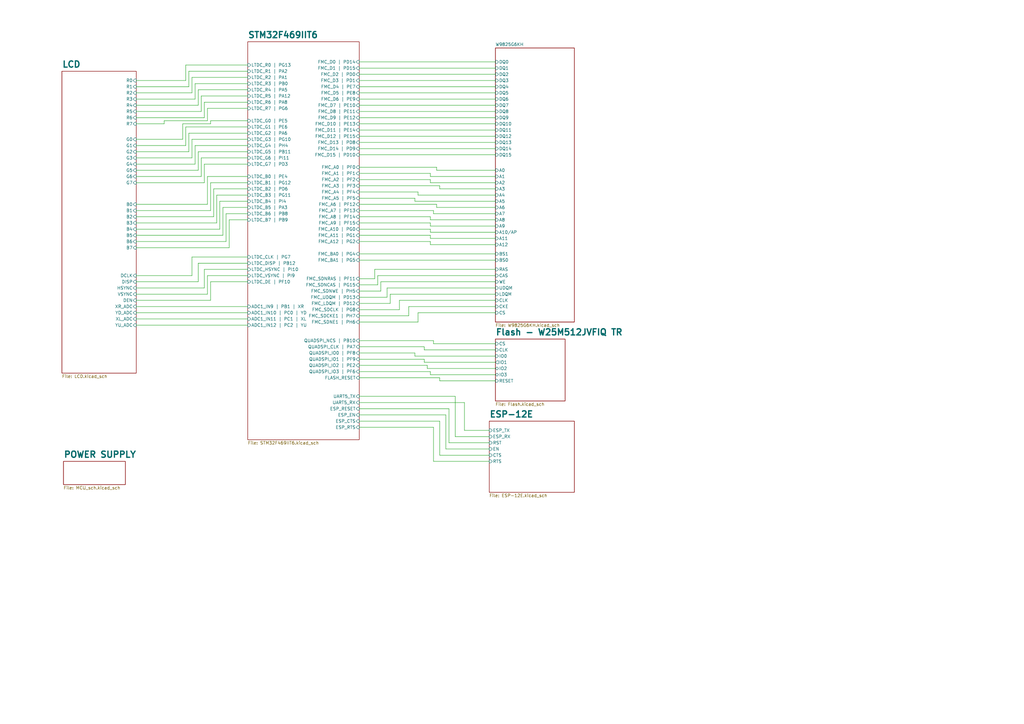
<source format=kicad_sch>
(kicad_sch
	(version 20231120)
	(generator "eeschema")
	(generator_version "8.0")
	(uuid "18982cba-45a4-4a1f-afcf-06651f5aae5f")
	(paper "A3")
	(lib_symbols)
	(wire
		(pts
			(xy 101.6 62.23) (xy 81.28 62.23)
		)
		(stroke
			(width 0)
			(type default)
		)
		(uuid "0126497e-cc2d-4c05-8eb1-89e4aa836495")
	)
	(wire
		(pts
			(xy 179.07 68.58) (xy 179.07 69.85)
		)
		(stroke
			(width 0)
			(type default)
		)
		(uuid "014a45b7-24f2-4f4a-b150-9a21a8a83bbf")
	)
	(wire
		(pts
			(xy 176.53 93.98) (xy 176.53 95.25)
		)
		(stroke
			(width 0)
			(type default)
		)
		(uuid "0198ad66-c36c-4a5b-9812-de277d1cdb84")
	)
	(wire
		(pts
			(xy 176.53 92.71) (xy 203.2 92.71)
		)
		(stroke
			(width 0)
			(type default)
		)
		(uuid "01a88df0-35c1-46c7-bce2-680fc4ea451c")
	)
	(wire
		(pts
			(xy 147.32 40.64) (xy 203.2 40.64)
		)
		(stroke
			(width 0)
			(type default)
		)
		(uuid "026ea4a1-7caf-45e0-88a2-94ebcc362ff8")
	)
	(wire
		(pts
			(xy 184.15 167.64) (xy 184.15 181.61)
		)
		(stroke
			(width 0)
			(type default)
		)
		(uuid "030ded14-4f45-4741-afa9-1eb5a6453f93")
	)
	(wire
		(pts
			(xy 176.53 88.9) (xy 176.53 90.17)
		)
		(stroke
			(width 0)
			(type default)
		)
		(uuid "0333680b-07bb-41ba-aa3a-a7da0671075e")
	)
	(wire
		(pts
			(xy 147.32 55.88) (xy 203.2 55.88)
		)
		(stroke
			(width 0)
			(type default)
		)
		(uuid "03643c79-dd56-40d6-8eeb-a9bc0d7139f4")
	)
	(wire
		(pts
			(xy 147.32 104.14) (xy 203.2 104.14)
		)
		(stroke
			(width 0)
			(type default)
		)
		(uuid "03bd6c0a-09d3-4539-a180-253eaca71084")
	)
	(wire
		(pts
			(xy 147.32 121.92) (xy 158.75 121.92)
		)
		(stroke
			(width 0)
			(type default)
		)
		(uuid "04990ba2-cf4b-485c-9956-273419ffa19c")
	)
	(wire
		(pts
			(xy 186.69 162.56) (xy 147.32 162.56)
		)
		(stroke
			(width 0)
			(type default)
		)
		(uuid "04b6e3d2-97be-49fe-8166-a12ca7e2e689")
	)
	(wire
		(pts
			(xy 77.47 54.61) (xy 77.47 62.23)
		)
		(stroke
			(width 0)
			(type default)
		)
		(uuid "0514ad67-ddd4-4359-98b3-31b941ba1794")
	)
	(wire
		(pts
			(xy 92.71 87.63) (xy 92.71 99.06)
		)
		(stroke
			(width 0)
			(type default)
		)
		(uuid "0918ac8b-b9be-4550-ac17-a285bcdc13ac")
	)
	(wire
		(pts
			(xy 176.53 97.79) (xy 203.2 97.79)
		)
		(stroke
			(width 0)
			(type default)
		)
		(uuid "0c4eb34d-c121-4123-8ffc-dc494eab6f0b")
	)
	(wire
		(pts
			(xy 74.93 50.8) (xy 74.93 57.15)
		)
		(stroke
			(width 0)
			(type default)
		)
		(uuid "0d836bdc-445f-4626-b980-12aced7dd0c4")
	)
	(wire
		(pts
			(xy 83.82 74.93) (xy 55.88 74.93)
		)
		(stroke
			(width 0)
			(type default)
		)
		(uuid "0d95828d-3c2e-4dcf-b26b-8b74dbf12a30")
	)
	(wire
		(pts
			(xy 90.17 82.55) (xy 90.17 93.98)
		)
		(stroke
			(width 0)
			(type default)
		)
		(uuid "0f9fca2d-efbd-4583-9ad1-c6545cc94669")
	)
	(wire
		(pts
			(xy 180.34 77.47) (xy 203.2 77.47)
		)
		(stroke
			(width 0)
			(type default)
		)
		(uuid "11652d79-7355-4fe3-99d3-833abb9084bd")
	)
	(wire
		(pts
			(xy 167.64 129.54) (xy 167.64 125.73)
		)
		(stroke
			(width 0)
			(type default)
		)
		(uuid "11d79469-4f26-4c07-87b6-e7ca92c20341")
	)
	(wire
		(pts
			(xy 83.82 67.31) (xy 83.82 74.93)
		)
		(stroke
			(width 0)
			(type default)
		)
		(uuid "127d6eb8-66a3-4323-928f-9d51e9555747")
	)
	(wire
		(pts
			(xy 91.44 85.09) (xy 91.44 96.52)
		)
		(stroke
			(width 0)
			(type default)
		)
		(uuid "14057c07-c021-4519-9deb-9634e1f4e2c6")
	)
	(wire
		(pts
			(xy 86.36 86.36) (xy 55.88 86.36)
		)
		(stroke
			(width 0)
			(type default)
		)
		(uuid "140cab7a-5d44-4fab-9193-dc4a7e1c4ffd")
	)
	(wire
		(pts
			(xy 182.88 184.15) (xy 200.66 184.15)
		)
		(stroke
			(width 0)
			(type default)
		)
		(uuid "14110980-52e6-457b-a284-db6da573afd3")
	)
	(wire
		(pts
			(xy 147.32 25.4) (xy 203.2 25.4)
		)
		(stroke
			(width 0)
			(type default)
		)
		(uuid "15a23228-b847-492d-8706-6a0aa17b98fe")
	)
	(wire
		(pts
			(xy 177.8 87.63) (xy 203.2 87.63)
		)
		(stroke
			(width 0)
			(type default)
		)
		(uuid "18aec9ce-94dd-4bab-9f79-9e6f334edf96")
	)
	(wire
		(pts
			(xy 147.32 71.12) (xy 176.53 71.12)
		)
		(stroke
			(width 0)
			(type default)
		)
		(uuid "1a458914-22e1-4202-9c17-918efb583de2")
	)
	(wire
		(pts
			(xy 101.6 67.31) (xy 83.82 67.31)
		)
		(stroke
			(width 0)
			(type default)
		)
		(uuid "1a68cb6f-3c4a-4287-a9a9-980ec3bedf68")
	)
	(wire
		(pts
			(xy 147.32 50.8) (xy 203.2 50.8)
		)
		(stroke
			(width 0)
			(type default)
		)
		(uuid "1b5698d9-c288-4b54-b19d-f608b18db9bc")
	)
	(wire
		(pts
			(xy 93.98 101.6) (xy 55.88 101.6)
		)
		(stroke
			(width 0)
			(type default)
		)
		(uuid "1d00d9c6-7184-42e8-b761-af643aafd23d")
	)
	(wire
		(pts
			(xy 82.55 45.72) (xy 55.88 45.72)
		)
		(stroke
			(width 0)
			(type default)
		)
		(uuid "1d741202-a781-48a6-bb22-b9da32a23be2")
	)
	(wire
		(pts
			(xy 153.67 110.49) (xy 203.2 110.49)
		)
		(stroke
			(width 0)
			(type default)
		)
		(uuid "1dde9e1c-b3ce-4a13-9d60-740c57c405bc")
	)
	(wire
		(pts
			(xy 147.32 78.74) (xy 171.45 78.74)
		)
		(stroke
			(width 0)
			(type default)
		)
		(uuid "1e0e5ad4-cfca-4ed5-8ace-6447674b5598")
	)
	(wire
		(pts
			(xy 88.9 91.44) (xy 55.88 91.44)
		)
		(stroke
			(width 0)
			(type default)
		)
		(uuid "1e6fa5cc-dc4f-4801-b595-d73280989313")
	)
	(wire
		(pts
			(xy 179.07 69.85) (xy 203.2 69.85)
		)
		(stroke
			(width 0)
			(type default)
		)
		(uuid "21236d29-f668-406b-a3b9-f080933edf52")
	)
	(wire
		(pts
			(xy 55.88 128.27) (xy 101.6 128.27)
		)
		(stroke
			(width 0)
			(type default)
		)
		(uuid "21b61d5a-59d0-48d5-9a10-c591ec43f2b2")
	)
	(wire
		(pts
			(xy 101.6 115.57) (xy 86.36 115.57)
		)
		(stroke
			(width 0)
			(type default)
		)
		(uuid "22a3c3b8-bf44-42f2-99b6-065c80ee3b34")
	)
	(wire
		(pts
			(xy 170.18 144.78) (xy 170.18 146.05)
		)
		(stroke
			(width 0)
			(type default)
		)
		(uuid "2313ba95-77c0-4eea-b3c4-8244d563956c")
	)
	(wire
		(pts
			(xy 147.32 68.58) (xy 179.07 68.58)
		)
		(stroke
			(width 0)
			(type default)
		)
		(uuid "2417f821-520f-4262-99be-05787ca55979")
	)
	(wire
		(pts
			(xy 147.32 63.5) (xy 203.2 63.5)
		)
		(stroke
			(width 0)
			(type default)
		)
		(uuid "26570c45-db65-4d0d-9701-6ef1e833cc5d")
	)
	(wire
		(pts
			(xy 86.36 74.93) (xy 86.36 86.36)
		)
		(stroke
			(width 0)
			(type default)
		)
		(uuid "289d6b7b-01a2-4aa4-a94d-3699eb22027d")
	)
	(wire
		(pts
			(xy 147.32 60.96) (xy 203.2 60.96)
		)
		(stroke
			(width 0)
			(type default)
		)
		(uuid "2d807cc2-5bb8-42d6-8a6a-502520061816")
	)
	(wire
		(pts
			(xy 147.32 30.48) (xy 203.2 30.48)
		)
		(stroke
			(width 0)
			(type default)
		)
		(uuid "2db5339b-50cf-49a5-af68-2754f1c2c4ef")
	)
	(wire
		(pts
			(xy 154.94 113.03) (xy 203.2 113.03)
		)
		(stroke
			(width 0)
			(type default)
		)
		(uuid "3103233d-95a8-4eee-9929-dfe2b70b9be5")
	)
	(wire
		(pts
			(xy 147.32 114.3) (xy 153.67 114.3)
		)
		(stroke
			(width 0)
			(type default)
		)
		(uuid "31102d31-a9c8-45a5-8cfb-0f66438298fe")
	)
	(wire
		(pts
			(xy 180.34 156.21) (xy 203.2 156.21)
		)
		(stroke
			(width 0)
			(type default)
		)
		(uuid "312a9fc3-4f66-4791-9081-35b6c4cda31a")
	)
	(wire
		(pts
			(xy 154.94 116.84) (xy 154.94 113.03)
		)
		(stroke
			(width 0)
			(type default)
		)
		(uuid "31921fd1-708a-47ab-a0a0-ac3421010923")
	)
	(wire
		(pts
			(xy 147.32 93.98) (xy 176.53 93.98)
		)
		(stroke
			(width 0)
			(type default)
		)
		(uuid "31960121-621e-4cb5-8149-87d10abdd069")
	)
	(wire
		(pts
			(xy 147.32 119.38) (xy 156.21 119.38)
		)
		(stroke
			(width 0)
			(type default)
		)
		(uuid "326dc43e-29fe-4e14-949e-39e5245ab4f8")
	)
	(wire
		(pts
			(xy 147.32 48.26) (xy 203.2 48.26)
		)
		(stroke
			(width 0)
			(type default)
		)
		(uuid "3368cfda-05dc-47a4-a90c-dfa6f07bcdf6")
	)
	(wire
		(pts
			(xy 171.45 132.08) (xy 171.45 128.27)
		)
		(stroke
			(width 0)
			(type default)
		)
		(uuid "351c0fdd-decc-43be-8548-10aa60e6c676")
	)
	(wire
		(pts
			(xy 176.53 91.44) (xy 176.53 92.71)
		)
		(stroke
			(width 0)
			(type default)
		)
		(uuid "37abe4c4-dc32-425b-8538-07d52cc0de32")
	)
	(wire
		(pts
			(xy 101.6 74.93) (xy 86.36 74.93)
		)
		(stroke
			(width 0)
			(type default)
		)
		(uuid "37dec063-5e84-4553-92b3-cc151c743767")
	)
	(wire
		(pts
			(xy 101.6 82.55) (xy 90.17 82.55)
		)
		(stroke
			(width 0)
			(type default)
		)
		(uuid "38b39d65-306d-4af0-b3d3-ecb1b43f389a")
	)
	(wire
		(pts
			(xy 147.32 38.1) (xy 203.2 38.1)
		)
		(stroke
			(width 0)
			(type default)
		)
		(uuid "396f0b36-f18b-44bf-bd22-0794c036adb5")
	)
	(wire
		(pts
			(xy 85.09 72.39) (xy 85.09 83.82)
		)
		(stroke
			(width 0)
			(type default)
		)
		(uuid "3a0530e5-f608-4902-9294-6e70e14e3a50")
	)
	(wire
		(pts
			(xy 170.18 81.28) (xy 170.18 82.55)
		)
		(stroke
			(width 0)
			(type default)
		)
		(uuid "3b230a16-36bf-4d9b-bc54-da234bf255eb")
	)
	(wire
		(pts
			(xy 176.53 95.25) (xy 203.2 95.25)
		)
		(stroke
			(width 0)
			(type default)
		)
		(uuid "3d5bacea-3aa8-42e8-a68d-e0c9b7c02825")
	)
	(wire
		(pts
			(xy 147.32 81.28) (xy 170.18 81.28)
		)
		(stroke
			(width 0)
			(type default)
		)
		(uuid "3e1ffa29-a91a-4956-8dbf-85e5bec435a3")
	)
	(wire
		(pts
			(xy 180.34 154.94) (xy 180.34 156.21)
		)
		(stroke
			(width 0)
			(type default)
		)
		(uuid "3f992d7e-1a43-43da-bb90-b7e7d6bee30b")
	)
	(wire
		(pts
			(xy 85.09 83.82) (xy 55.88 83.82)
		)
		(stroke
			(width 0)
			(type default)
		)
		(uuid "40c079a8-769e-455b-bc5e-6141347844e4")
	)
	(wire
		(pts
			(xy 77.47 29.21) (xy 77.47 35.56)
		)
		(stroke
			(width 0)
			(type default)
		)
		(uuid "40f7b772-9754-454f-91f0-eb0b2e5c6764")
	)
	(wire
		(pts
			(xy 101.6 110.49) (xy 83.82 110.49)
		)
		(stroke
			(width 0)
			(type default)
		)
		(uuid "415c475e-b833-4ee5-b4e3-9cea0212b4b5")
	)
	(wire
		(pts
			(xy 87.63 88.9) (xy 55.88 88.9)
		)
		(stroke
			(width 0)
			(type default)
		)
		(uuid "417b107a-2caa-4a98-9ee3-75db33a5a53a")
	)
	(wire
		(pts
			(xy 101.6 31.75) (xy 78.74 31.75)
		)
		(stroke
			(width 0)
			(type default)
		)
		(uuid "43342307-7821-46a9-a30a-eb11603205de")
	)
	(wire
		(pts
			(xy 78.74 113.03) (xy 55.88 113.03)
		)
		(stroke
			(width 0)
			(type default)
		)
		(uuid "43d3edb3-e940-4f43-b9b8-ead45edc67b7")
	)
	(wire
		(pts
			(xy 156.21 115.57) (xy 203.2 115.57)
		)
		(stroke
			(width 0)
			(type default)
		)
		(uuid "468fe275-fb49-43df-8b0d-e36b9fed43ce")
	)
	(wire
		(pts
			(xy 147.32 86.36) (xy 177.8 86.36)
		)
		(stroke
			(width 0)
			(type default)
		)
		(uuid "46b99e3e-e7a5-4c5b-8607-91d9f7a4ab9f")
	)
	(wire
		(pts
			(xy 147.32 132.08) (xy 171.45 132.08)
		)
		(stroke
			(width 0)
			(type default)
		)
		(uuid "49105673-48f8-4d9f-9392-4c7954b6d772")
	)
	(wire
		(pts
			(xy 173.99 142.24) (xy 173.99 143.51)
		)
		(stroke
			(width 0)
			(type default)
		)
		(uuid "4ae1beb0-69ee-4308-82d4-63283085f2a8")
	)
	(wire
		(pts
			(xy 147.32 88.9) (xy 176.53 88.9)
		)
		(stroke
			(width 0)
			(type default)
		)
		(uuid "4b92515d-a314-4133-8961-9e1aafa8eb14")
	)
	(wire
		(pts
			(xy 55.88 133.35) (xy 101.6 133.35)
		)
		(stroke
			(width 0)
			(type default)
		)
		(uuid "4c6eb06c-7392-4ee6-9da9-8335e86e9daa")
	)
	(wire
		(pts
			(xy 147.32 124.46) (xy 160.02 124.46)
		)
		(stroke
			(width 0)
			(type default)
		)
		(uuid "4d474445-4aaa-4f4b-af81-7875d8285956")
	)
	(wire
		(pts
			(xy 101.6 29.21) (xy 77.47 29.21)
		)
		(stroke
			(width 0)
			(type default)
		)
		(uuid "4ef2f392-8602-4c9b-8d82-3fee98b44650")
	)
	(wire
		(pts
			(xy 91.44 96.52) (xy 55.88 96.52)
		)
		(stroke
			(width 0)
			(type default)
		)
		(uuid "4fefb8c4-f65e-4fe4-8c66-6702adfa37ea")
	)
	(wire
		(pts
			(xy 176.53 72.39) (xy 203.2 72.39)
		)
		(stroke
			(width 0)
			(type default)
		)
		(uuid "51beb284-30fb-4a8e-b194-99a082eea6e4")
	)
	(wire
		(pts
			(xy 147.32 35.56) (xy 203.2 35.56)
		)
		(stroke
			(width 0)
			(type default)
		)
		(uuid "53068c5e-5d97-4af4-a9d9-64ecd2767a92")
	)
	(wire
		(pts
			(xy 80.01 67.31) (xy 55.88 67.31)
		)
		(stroke
			(width 0)
			(type default)
		)
		(uuid "53133713-7b78-4629-92bd-097a4e836739")
	)
	(wire
		(pts
			(xy 184.15 181.61) (xy 200.66 181.61)
		)
		(stroke
			(width 0)
			(type default)
		)
		(uuid "5368bdb6-8136-4a0a-b851-6db77d713f54")
	)
	(wire
		(pts
			(xy 55.88 130.81) (xy 101.6 130.81)
		)
		(stroke
			(width 0)
			(type default)
		)
		(uuid "547bc790-e5f3-4810-89e0-88539fd11b43")
	)
	(wire
		(pts
			(xy 147.32 144.78) (xy 170.18 144.78)
		)
		(stroke
			(width 0)
			(type default)
		)
		(uuid "56d6c346-9a95-4232-933a-09a61ee571d3")
	)
	(wire
		(pts
			(xy 167.64 125.73) (xy 203.2 125.73)
		)
		(stroke
			(width 0)
			(type default)
		)
		(uuid "577c8b00-d4c1-4580-a4f3-0d0b5dd2f2a2")
	)
	(wire
		(pts
			(xy 88.9 80.01) (xy 88.9 91.44)
		)
		(stroke
			(width 0)
			(type default)
		)
		(uuid "58337a9d-7599-4b8b-a247-98650ce7a84e")
	)
	(wire
		(pts
			(xy 177.8 139.7) (xy 177.8 140.97)
		)
		(stroke
			(width 0)
			(type default)
		)
		(uuid "58edd27f-f3da-4f13-bbbf-9bfab8d25972")
	)
	(wire
		(pts
			(xy 173.99 143.51) (xy 203.2 143.51)
		)
		(stroke
			(width 0)
			(type default)
		)
		(uuid "59970c12-158c-4878-b953-154431b9505b")
	)
	(wire
		(pts
			(xy 175.26 151.13) (xy 203.2 151.13)
		)
		(stroke
			(width 0)
			(type default)
		)
		(uuid "5aed358c-008a-46cf-8247-05ea15c172a4")
	)
	(wire
		(pts
			(xy 92.71 99.06) (xy 55.88 99.06)
		)
		(stroke
			(width 0)
			(type default)
		)
		(uuid "5c2f5a50-13fa-4c81-a00a-fe0492842c43")
	)
	(wire
		(pts
			(xy 83.82 118.11) (xy 55.88 118.11)
		)
		(stroke
			(width 0)
			(type default)
		)
		(uuid "5cdfc696-ec6d-4d9d-95a1-c58e7d9cc99f")
	)
	(wire
		(pts
			(xy 177.8 175.26) (xy 147.32 175.26)
		)
		(stroke
			(width 0)
			(type default)
		)
		(uuid "5ef57353-fb91-4ec5-bb72-07a32475ccbc")
	)
	(wire
		(pts
			(xy 101.6 57.15) (xy 78.74 57.15)
		)
		(stroke
			(width 0)
			(type default)
		)
		(uuid "5f32940b-96ea-402f-b154-6e4e95f312a4")
	)
	(wire
		(pts
			(xy 176.53 152.4) (xy 176.53 153.67)
		)
		(stroke
			(width 0)
			(type default)
		)
		(uuid "6041c2f9-5dae-49ca-b454-bce050c26f36")
	)
	(wire
		(pts
			(xy 176.53 153.67) (xy 203.2 153.67)
		)
		(stroke
			(width 0)
			(type default)
		)
		(uuid "61086109-02c5-423b-93a5-992019de1a95")
	)
	(wire
		(pts
			(xy 101.6 54.61) (xy 77.47 54.61)
		)
		(stroke
			(width 0)
			(type default)
		)
		(uuid "62ea5b23-32da-4e59-9e41-115d36e7fc82")
	)
	(wire
		(pts
			(xy 160.02 120.65) (xy 203.2 120.65)
		)
		(stroke
			(width 0)
			(type default)
		)
		(uuid "6484e4e4-6521-4f86-bd2b-2e177faab814")
	)
	(wire
		(pts
			(xy 78.74 64.77) (xy 55.88 64.77)
		)
		(stroke
			(width 0)
			(type default)
		)
		(uuid "66209556-e8f3-4f9a-8868-096fa22985f0")
	)
	(wire
		(pts
			(xy 180.34 76.2) (xy 180.34 77.47)
		)
		(stroke
			(width 0)
			(type default)
		)
		(uuid "68184ca1-2308-425b-abe1-25f98e5cbb1e")
	)
	(wire
		(pts
			(xy 186.69 162.56) (xy 186.69 179.07)
		)
		(stroke
			(width 0)
			(type default)
		)
		(uuid "68b48423-2b77-4f9f-8bd0-cb35272deec6")
	)
	(wire
		(pts
			(xy 86.36 123.19) (xy 55.88 123.19)
		)
		(stroke
			(width 0)
			(type default)
		)
		(uuid "69dc2528-d2ab-42d3-b310-5dabb5f0bf9f")
	)
	(wire
		(pts
			(xy 147.32 91.44) (xy 176.53 91.44)
		)
		(stroke
			(width 0)
			(type default)
		)
		(uuid "6c65afba-13bf-4178-a322-b602fe9cb372")
	)
	(wire
		(pts
			(xy 67.31 49.53) (xy 67.31 50.8)
		)
		(stroke
			(width 0)
			(type default)
		)
		(uuid "6d06d53f-8eb0-481d-a53f-c401bc348b1d")
	)
	(wire
		(pts
			(xy 156.21 119.38) (xy 156.21 115.57)
		)
		(stroke
			(width 0)
			(type default)
		)
		(uuid "6dafa3c4-1d5d-4978-8b1e-dc8b4ccb23e1")
	)
	(wire
		(pts
			(xy 147.32 76.2) (xy 180.34 76.2)
		)
		(stroke
			(width 0)
			(type default)
		)
		(uuid "70d65fda-adf2-4d99-b171-3d5b1e75fbd1")
	)
	(wire
		(pts
			(xy 177.8 86.36) (xy 177.8 87.63)
		)
		(stroke
			(width 0)
			(type default)
		)
		(uuid "717137bc-8c9d-43fc-a697-8047667fbbe7")
	)
	(wire
		(pts
			(xy 173.99 147.32) (xy 173.99 148.59)
		)
		(stroke
			(width 0)
			(type default)
		)
		(uuid "719b750a-4bb8-4361-ab1c-622c3557827a")
	)
	(wire
		(pts
			(xy 85.09 44.45) (xy 85.09 49.53)
		)
		(stroke
			(width 0)
			(type default)
		)
		(uuid "729c6c8f-d141-4e99-8115-f83dc7c9e022")
	)
	(wire
		(pts
			(xy 76.2 26.67) (xy 76.2 33.02)
		)
		(stroke
			(width 0)
			(type default)
		)
		(uuid "73bdd4f8-e54e-4f00-b16d-e84a6084c7c6")
	)
	(wire
		(pts
			(xy 85.09 120.65) (xy 55.88 120.65)
		)
		(stroke
			(width 0)
			(type default)
		)
		(uuid "767223dc-3597-4cc4-b4af-b410766af3e4")
	)
	(wire
		(pts
			(xy 74.93 57.15) (xy 55.88 57.15)
		)
		(stroke
			(width 0)
			(type default)
		)
		(uuid "770f3bbf-0ce0-4ae4-989a-87d3934a632c")
	)
	(wire
		(pts
			(xy 176.53 73.66) (xy 176.53 74.93)
		)
		(stroke
			(width 0)
			(type default)
		)
		(uuid "77cf8205-dc74-4209-b321-e086d0437e19")
	)
	(wire
		(pts
			(xy 83.82 48.26) (xy 55.88 48.26)
		)
		(stroke
			(width 0)
			(type default)
		)
		(uuid "77d06592-c9f8-4d92-9168-e189c8905b96")
	)
	(wire
		(pts
			(xy 176.53 96.52) (xy 176.53 97.79)
		)
		(stroke
			(width 0)
			(type default)
		)
		(uuid "78261c27-59d6-4b67-8789-531f786fed1c")
	)
	(wire
		(pts
			(xy 176.53 90.17) (xy 203.2 90.17)
		)
		(stroke
			(width 0)
			(type default)
		)
		(uuid "789e1bf4-218d-41e2-b2c8-21312241c133")
	)
	(wire
		(pts
			(xy 101.6 72.39) (xy 85.09 72.39)
		)
		(stroke
			(width 0)
			(type default)
		)
		(uuid "7952a39e-62cc-4c17-ba58-92edfb345a6e")
	)
	(wire
		(pts
			(xy 83.82 41.91) (xy 83.82 48.26)
		)
		(stroke
			(width 0)
			(type default)
		)
		(uuid "797d9625-e183-4f42-8c3c-92767f5a863f")
	)
	(wire
		(pts
			(xy 176.53 74.93) (xy 203.2 74.93)
		)
		(stroke
			(width 0)
			(type default)
		)
		(uuid "7a3d03d9-a9f3-4a6d-958d-9b0f50ab23d1")
	)
	(wire
		(pts
			(xy 82.55 39.37) (xy 82.55 45.72)
		)
		(stroke
			(width 0)
			(type default)
		)
		(uuid "7b10d7e6-5e3b-4593-bb2a-803d48332396")
	)
	(wire
		(pts
			(xy 147.32 43.18) (xy 203.2 43.18)
		)
		(stroke
			(width 0)
			(type default)
		)
		(uuid "7b5e1831-c6a2-49c0-aadb-f18561a5cf8f")
	)
	(wire
		(pts
			(xy 86.36 115.57) (xy 86.36 123.19)
		)
		(stroke
			(width 0)
			(type default)
		)
		(uuid "7e23830c-0365-45cc-9fd2-983e5fe5bb64")
	)
	(wire
		(pts
			(xy 77.47 62.23) (xy 55.88 62.23)
		)
		(stroke
			(width 0)
			(type default)
		)
		(uuid "8012a239-8264-42bf-bba7-784084917943")
	)
	(wire
		(pts
			(xy 101.6 34.29) (xy 80.01 34.29)
		)
		(stroke
			(width 0)
			(type default)
		)
		(uuid "80250dbf-eaaf-4637-9fb1-29a9c7c345f5")
	)
	(wire
		(pts
			(xy 147.32 154.94) (xy 180.34 154.94)
		)
		(stroke
			(width 0)
			(type default)
		)
		(uuid "81c54a84-de8e-4ad2-9581-f8b12c10a5c1")
	)
	(wire
		(pts
			(xy 83.82 110.49) (xy 83.82 118.11)
		)
		(stroke
			(width 0)
			(type default)
		)
		(uuid "826a4ebd-619d-4549-82cb-4aa684394d2f")
	)
	(wire
		(pts
			(xy 82.55 72.39) (xy 55.88 72.39)
		)
		(stroke
			(width 0)
			(type default)
		)
		(uuid "82910e1f-089f-4d1d-ae9b-0b2305dc632b")
	)
	(wire
		(pts
			(xy 81.28 115.57) (xy 55.88 115.57)
		)
		(stroke
			(width 0)
			(type default)
		)
		(uuid "82961e17-ece3-453f-ba63-fd26a5c90f4e")
	)
	(wire
		(pts
			(xy 101.6 87.63) (xy 92.71 87.63)
		)
		(stroke
			(width 0)
			(type default)
		)
		(uuid "835ba8b4-db74-4f39-a102-80a6f8f1020c")
	)
	(wire
		(pts
			(xy 158.75 118.11) (xy 203.2 118.11)
		)
		(stroke
			(width 0)
			(type default)
		)
		(uuid "857fd9c7-42a1-4580-b8fb-618105663b5d")
	)
	(wire
		(pts
			(xy 101.6 80.01) (xy 88.9 80.01)
		)
		(stroke
			(width 0)
			(type default)
		)
		(uuid "86bdaf03-0d3b-43f3-ad4a-5f8133242b3e")
	)
	(wire
		(pts
			(xy 78.74 38.1) (xy 55.88 38.1)
		)
		(stroke
			(width 0)
			(type default)
		)
		(uuid "8a729c54-3b34-4b5d-95a8-a5010000f51c")
	)
	(wire
		(pts
			(xy 101.6 26.67) (xy 76.2 26.67)
		)
		(stroke
			(width 0)
			(type default)
		)
		(uuid "8bb28180-9552-4058-bdf8-3528f4a65a89")
	)
	(wire
		(pts
			(xy 101.6 59.69) (xy 80.01 59.69)
		)
		(stroke
			(width 0)
			(type default)
		)
		(uuid "8dbc4f1b-9a8e-4bc6-869e-bf291fd89cde")
	)
	(wire
		(pts
			(xy 179.07 85.09) (xy 203.2 85.09)
		)
		(stroke
			(width 0)
			(type default)
		)
		(uuid "902159f0-f988-4806-89c7-9e5bfd0901e2")
	)
	(wire
		(pts
			(xy 81.28 43.18) (xy 55.88 43.18)
		)
		(stroke
			(width 0)
			(type default)
		)
		(uuid "90a016b3-21f9-4166-b63c-688edf44e17a")
	)
	(wire
		(pts
			(xy 81.28 36.83) (xy 81.28 43.18)
		)
		(stroke
			(width 0)
			(type default)
		)
		(uuid "9170a018-3b9f-4308-8531-dda1fc91c485")
	)
	(wire
		(pts
			(xy 147.32 45.72) (xy 203.2 45.72)
		)
		(stroke
			(width 0)
			(type default)
		)
		(uuid "94cf3ac2-1fde-4621-91f8-cff5a02c8381")
	)
	(wire
		(pts
			(xy 101.6 90.17) (xy 93.98 90.17)
		)
		(stroke
			(width 0)
			(type default)
		)
		(uuid "94dd930a-7f1d-4019-a7e5-cd28670c64fc")
	)
	(wire
		(pts
			(xy 76.2 52.07) (xy 76.2 59.69)
		)
		(stroke
			(width 0)
			(type default)
		)
		(uuid "961b4251-1032-4fc6-806f-cb7cc5ac2289")
	)
	(wire
		(pts
			(xy 80.01 59.69) (xy 80.01 67.31)
		)
		(stroke
			(width 0)
			(type default)
		)
		(uuid "969371c1-d8ce-4880-b50f-08c8dad147ae")
	)
	(wire
		(pts
			(xy 78.74 57.15) (xy 78.74 64.77)
		)
		(stroke
			(width 0)
			(type default)
		)
		(uuid "98ce51d7-d14b-475a-bd07-816b2c246a9b")
	)
	(wire
		(pts
			(xy 147.32 27.94) (xy 203.2 27.94)
		)
		(stroke
			(width 0)
			(type default)
		)
		(uuid "992d10f5-eeb0-44e5-987d-b7de9ba56d92")
	)
	(wire
		(pts
			(xy 101.6 49.53) (xy 86.36 49.53)
		)
		(stroke
			(width 0)
			(type default)
		)
		(uuid "9d1cb553-244b-4236-a4c3-3be283cf372a")
	)
	(wire
		(pts
			(xy 147.32 83.82) (xy 179.07 83.82)
		)
		(stroke
			(width 0)
			(type default)
		)
		(uuid "9dcda212-db53-4a67-b657-8d1171da81f0")
	)
	(wire
		(pts
			(xy 147.32 129.54) (xy 167.64 129.54)
		)
		(stroke
			(width 0)
			(type default)
		)
		(uuid "9e2453e8-fdd5-4e20-bcf8-c23d2b3fdca4")
	)
	(wire
		(pts
			(xy 182.88 170.18) (xy 182.88 184.15)
		)
		(stroke
			(width 0)
			(type default)
		)
		(uuid "9ffe26fe-682e-4543-8c88-4011c8a932fa")
	)
	(wire
		(pts
			(xy 101.6 113.03) (xy 85.09 113.03)
		)
		(stroke
			(width 0)
			(type default)
		)
		(uuid "a207c973-bd41-4e89-b82e-bc0ccd363b4c")
	)
	(wire
		(pts
			(xy 101.6 77.47) (xy 87.63 77.47)
		)
		(stroke
			(width 0)
			(type default)
		)
		(uuid "a254bf31-51f9-41a2-9063-ccd7f9736ff0")
	)
	(wire
		(pts
			(xy 101.6 41.91) (xy 83.82 41.91)
		)
		(stroke
			(width 0)
			(type default)
		)
		(uuid "a2f94328-86f1-4209-bfa1-36a338a76a98")
	)
	(wire
		(pts
			(xy 153.67 114.3) (xy 153.67 110.49)
		)
		(stroke
			(width 0)
			(type default)
		)
		(uuid "a3503a30-419e-49b5-a064-48813d6e239c")
	)
	(wire
		(pts
			(xy 147.32 33.02) (xy 203.2 33.02)
		)
		(stroke
			(width 0)
			(type default)
		)
		(uuid "a49fa622-029f-4fc9-a704-a8077d31cea6")
	)
	(wire
		(pts
			(xy 77.47 35.56) (xy 55.88 35.56)
		)
		(stroke
			(width 0)
			(type default)
		)
		(uuid "a6aba93f-e024-4cd2-8058-f804c76dcef5")
	)
	(wire
		(pts
			(xy 80.01 40.64) (xy 55.88 40.64)
		)
		(stroke
			(width 0)
			(type default)
		)
		(uuid "a6ea0724-f957-4539-a277-ee2360a665cd")
	)
	(wire
		(pts
			(xy 158.75 121.92) (xy 158.75 118.11)
		)
		(stroke
			(width 0)
			(type default)
		)
		(uuid "a77c2e98-e902-49ec-98a6-faea08074f41")
	)
	(wire
		(pts
			(xy 101.6 52.07) (xy 76.2 52.07)
		)
		(stroke
			(width 0)
			(type default)
		)
		(uuid "a7ed2309-c1b6-4b97-8860-6381d4d06772")
	)
	(wire
		(pts
			(xy 147.32 149.86) (xy 175.26 149.86)
		)
		(stroke
			(width 0)
			(type default)
		)
		(uuid "a88c7c7b-82c2-489f-ac2d-c875ab4d48eb")
	)
	(wire
		(pts
			(xy 147.32 106.68) (xy 203.2 106.68)
		)
		(stroke
			(width 0)
			(type default)
		)
		(uuid "a8aca50c-1909-43dc-9f22-28ad802a64d0")
	)
	(wire
		(pts
			(xy 101.6 107.95) (xy 81.28 107.95)
		)
		(stroke
			(width 0)
			(type default)
		)
		(uuid "a9341663-aea1-4fbb-934b-ce2b7f0f70a1")
	)
	(wire
		(pts
			(xy 81.28 107.95) (xy 81.28 115.57)
		)
		(stroke
			(width 0)
			(type default)
		)
		(uuid "a956094b-de01-4e7e-b491-91ee75904a34")
	)
	(wire
		(pts
			(xy 171.45 80.01) (xy 203.2 80.01)
		)
		(stroke
			(width 0)
			(type default)
		)
		(uuid "a99e2837-59c3-4f62-a255-9c5ca89fd982")
	)
	(wire
		(pts
			(xy 170.18 146.05) (xy 203.2 146.05)
		)
		(stroke
			(width 0)
			(type default)
		)
		(uuid "a9ad7ab6-fd4e-40d4-b7dc-d91e18a0be93")
	)
	(wire
		(pts
			(xy 86.36 49.53) (xy 86.36 50.8)
		)
		(stroke
			(width 0)
			(type default)
		)
		(uuid "abb86dbe-ed2a-4771-b08e-e7d1269ea2a5")
	)
	(wire
		(pts
			(xy 90.17 93.98) (xy 55.88 93.98)
		)
		(stroke
			(width 0)
			(type default)
		)
		(uuid "ac44108c-3b36-454e-9b8c-897ea2283021")
	)
	(wire
		(pts
			(xy 55.88 125.73) (xy 101.6 125.73)
		)
		(stroke
			(width 0)
			(type default)
		)
		(uuid "acfd2453-7bfb-45d2-85b9-192dcd3805f4")
	)
	(wire
		(pts
			(xy 147.32 58.42) (xy 203.2 58.42)
		)
		(stroke
			(width 0)
			(type default)
		)
		(uuid "adfdbf86-76a6-40cc-bde0-22443a67bd5c")
	)
	(wire
		(pts
			(xy 176.53 100.33) (xy 203.2 100.33)
		)
		(stroke
			(width 0)
			(type default)
		)
		(uuid "b1ba9552-dccd-475d-b773-9a5d3f52bd13")
	)
	(wire
		(pts
			(xy 147.32 170.18) (xy 182.88 170.18)
		)
		(stroke
			(width 0)
			(type default)
		)
		(uuid "b1ebc758-f377-481e-92f3-cd58ec811e22")
	)
	(wire
		(pts
			(xy 176.53 71.12) (xy 176.53 72.39)
		)
		(stroke
			(width 0)
			(type default)
		)
		(uuid "b460f69d-6d01-4833-a2ad-871b53270dc3")
	)
	(wire
		(pts
			(xy 147.32 127) (xy 163.83 127)
		)
		(stroke
			(width 0)
			(type default)
		)
		(uuid "b55881a1-4068-4577-a83b-f61c969eafb2")
	)
	(wire
		(pts
			(xy 170.18 82.55) (xy 203.2 82.55)
		)
		(stroke
			(width 0)
			(type default)
		)
		(uuid "b80460b7-2849-48d9-8c67-d2496c1634ea")
	)
	(wire
		(pts
			(xy 76.2 59.69) (xy 55.88 59.69)
		)
		(stroke
			(width 0)
			(type default)
		)
		(uuid "b88a64da-4986-44aa-b6f5-c2cdeaf654ee")
	)
	(wire
		(pts
			(xy 82.55 64.77) (xy 82.55 72.39)
		)
		(stroke
			(width 0)
			(type default)
		)
		(uuid "b8ede442-6adf-45ca-977a-3051ec6ff2c3")
	)
	(wire
		(pts
			(xy 175.26 149.86) (xy 175.26 151.13)
		)
		(stroke
			(width 0)
			(type default)
		)
		(uuid "b94dd2d8-3647-4580-a714-17a01b7f056c")
	)
	(wire
		(pts
			(xy 78.74 105.41) (xy 78.74 113.03)
		)
		(stroke
			(width 0)
			(type default)
		)
		(uuid "b9637d4e-058b-4a70-904a-0844d0edcac0")
	)
	(wire
		(pts
			(xy 190.5 176.53) (xy 200.66 176.53)
		)
		(stroke
			(width 0)
			(type default)
		)
		(uuid "b9e72960-653c-4344-ae2d-a6090b39fca1")
	)
	(wire
		(pts
			(xy 147.32 152.4) (xy 176.53 152.4)
		)
		(stroke
			(width 0)
			(type default)
		)
		(uuid "ba0290af-71e8-44c3-b049-8e22ff3cdda5")
	)
	(wire
		(pts
			(xy 101.6 39.37) (xy 82.55 39.37)
		)
		(stroke
			(width 0)
			(type default)
		)
		(uuid "bc569078-eed9-46ff-9f76-2557e3af7a36")
	)
	(wire
		(pts
			(xy 171.45 78.74) (xy 171.45 80.01)
		)
		(stroke
			(width 0)
			(type default)
		)
		(uuid "bd349548-6a26-4cef-ba72-d47204dd0b0c")
	)
	(wire
		(pts
			(xy 190.5 165.1) (xy 190.5 176.53)
		)
		(stroke
			(width 0)
			(type default)
		)
		(uuid "c2246d48-a6db-4838-afa3-1970a2afe26c")
	)
	(wire
		(pts
			(xy 81.28 69.85) (xy 55.88 69.85)
		)
		(stroke
			(width 0)
			(type default)
		)
		(uuid "c33d2824-32bb-4396-94d9-24561483bdd5")
	)
	(wire
		(pts
			(xy 76.2 33.02) (xy 55.88 33.02)
		)
		(stroke
			(width 0)
			(type default)
		)
		(uuid "c6f54430-9d20-403c-b721-193b703230b0")
	)
	(wire
		(pts
			(xy 200.66 186.69) (xy 180.34 186.69)
		)
		(stroke
			(width 0)
			(type default)
		)
		(uuid "c8ce252b-6ea4-4a31-a055-d4e114cd06a4")
	)
	(wire
		(pts
			(xy 180.34 186.69) (xy 180.34 172.72)
		)
		(stroke
			(width 0)
			(type default)
		)
		(uuid "cafbe1f1-ca84-44b8-8043-251570c8b5c9")
	)
	(wire
		(pts
			(xy 179.07 83.82) (xy 179.07 85.09)
		)
		(stroke
			(width 0)
			(type default)
		)
		(uuid "cbd8fdd2-aba6-4ff5-8510-a3823bb42da0")
	)
	(wire
		(pts
			(xy 147.32 116.84) (xy 154.94 116.84)
		)
		(stroke
			(width 0)
			(type default)
		)
		(uuid "cc5d22f7-e4a5-48f1-a9d7-a661861a76c6")
	)
	(wire
		(pts
			(xy 101.6 85.09) (xy 91.44 85.09)
		)
		(stroke
			(width 0)
			(type default)
		)
		(uuid "d3d64918-1426-4312-aac8-a8d82b7a8499")
	)
	(wire
		(pts
			(xy 101.6 105.41) (xy 78.74 105.41)
		)
		(stroke
			(width 0)
			(type default)
		)
		(uuid "d3f26411-ef27-454b-88c9-91fd7d6acae9")
	)
	(wire
		(pts
			(xy 147.32 99.06) (xy 176.53 99.06)
		)
		(stroke
			(width 0)
			(type default)
		)
		(uuid "d40d1667-66d8-4115-97b8-0e241c670837")
	)
	(wire
		(pts
			(xy 67.31 50.8) (xy 55.88 50.8)
		)
		(stroke
			(width 0)
			(type default)
		)
		(uuid "d4688e6f-ce7e-41a4-838a-71739f60219d")
	)
	(wire
		(pts
			(xy 147.32 167.64) (xy 184.15 167.64)
		)
		(stroke
			(width 0)
			(type default)
		)
		(uuid "d5c22acb-2c3d-4632-bada-0772869f98a5")
	)
	(wire
		(pts
			(xy 147.32 73.66) (xy 176.53 73.66)
		)
		(stroke
			(width 0)
			(type default)
		)
		(uuid "da266c19-fe6e-4e30-b6cf-f5a95f7817de")
	)
	(wire
		(pts
			(xy 147.32 165.1) (xy 190.5 165.1)
		)
		(stroke
			(width 0)
			(type default)
		)
		(uuid "da486b7c-fd61-4d6e-a2a7-d0fbc4a88f78")
	)
	(wire
		(pts
			(xy 74.93 50.8) (xy 86.36 50.8)
		)
		(stroke
			(width 0)
			(type default)
		)
		(uuid "dcec8410-f28d-4410-a859-fce37917a19f")
	)
	(wire
		(pts
			(xy 87.63 77.47) (xy 87.63 88.9)
		)
		(stroke
			(width 0)
			(type default)
		)
		(uuid "dd180987-f434-4a4c-b627-694742f018c7")
	)
	(wire
		(pts
			(xy 93.98 90.17) (xy 93.98 101.6)
		)
		(stroke
			(width 0)
			(type default)
		)
		(uuid "ddadf358-96fa-451f-a304-ca078a88698e")
	)
	(wire
		(pts
			(xy 186.69 179.07) (xy 200.66 179.07)
		)
		(stroke
			(width 0)
			(type default)
		)
		(uuid "ddeddf6e-04fb-4403-acbd-10a0f88070ef")
	)
	(wire
		(pts
			(xy 101.6 36.83) (xy 81.28 36.83)
		)
		(stroke
			(width 0)
			(type default)
		)
		(uuid "de5bf438-5a37-4f6a-9558-37cf190ef430")
	)
	(wire
		(pts
			(xy 78.74 31.75) (xy 78.74 38.1)
		)
		(stroke
			(width 0)
			(type default)
		)
		(uuid "e45091f2-b601-420c-b0a4-a979a62bf390")
	)
	(wire
		(pts
			(xy 80.01 34.29) (xy 80.01 40.64)
		)
		(stroke
			(width 0)
			(type default)
		)
		(uuid "e644feb8-e0b4-4d94-8e42-c68ce4f156d6")
	)
	(wire
		(pts
			(xy 176.53 99.06) (xy 176.53 100.33)
		)
		(stroke
			(width 0)
			(type default)
		)
		(uuid "e6e3ce45-1a10-4272-b340-58c88741992c")
	)
	(wire
		(pts
			(xy 177.8 189.23) (xy 177.8 175.26)
		)
		(stroke
			(width 0)
			(type default)
		)
		(uuid "e9aba2bf-2fbc-4717-8d92-2a4257acdc7b")
	)
	(wire
		(pts
			(xy 180.34 172.72) (xy 147.32 172.72)
		)
		(stroke
			(width 0)
			(type default)
		)
		(uuid "ea1916d8-8db1-4de0-a0cb-3d4cd7771600")
	)
	(wire
		(pts
			(xy 147.32 53.34) (xy 203.2 53.34)
		)
		(stroke
			(width 0)
			(type default)
		)
		(uuid "ed67da16-9435-4ad0-924c-17c935bb4fe0")
	)
	(wire
		(pts
			(xy 173.99 148.59) (xy 203.2 148.59)
		)
		(stroke
			(width 0)
			(type default)
		)
		(uuid "ed685d1c-e294-4a7d-a4ab-86739d168a79")
	)
	(wire
		(pts
			(xy 147.32 147.32) (xy 173.99 147.32)
		)
		(stroke
			(width 0)
			(type default)
		)
		(uuid "ef3709fb-7e91-498e-a8e0-bf65d0e13071")
	)
	(wire
		(pts
			(xy 85.09 49.53) (xy 67.31 49.53)
		)
		(stroke
			(width 0)
			(type default)
		)
		(uuid "f249ba62-8c7a-4519-a276-16d0a2421a41")
	)
	(wire
		(pts
			(xy 163.83 123.19) (xy 203.2 123.19)
		)
		(stroke
			(width 0)
			(type default)
		)
		(uuid "f27e3c95-3812-42bb-ba6b-8100f4573399")
	)
	(wire
		(pts
			(xy 160.02 124.46) (xy 160.02 120.65)
		)
		(stroke
			(width 0)
			(type default)
		)
		(uuid "f3188d38-ce4c-4af3-88ac-7b79de7d4209")
	)
	(wire
		(pts
			(xy 81.28 62.23) (xy 81.28 69.85)
		)
		(stroke
			(width 0)
			(type default)
		)
		(uuid "f31f7d02-0d77-4e94-ac97-bb37f5dd7006")
	)
	(wire
		(pts
			(xy 177.8 140.97) (xy 203.2 140.97)
		)
		(stroke
			(width 0)
			(type default)
		)
		(uuid "f5380998-7abb-4ea7-9f46-1792913e925c")
	)
	(wire
		(pts
			(xy 85.09 113.03) (xy 85.09 120.65)
		)
		(stroke
			(width 0)
			(type default)
		)
		(uuid "f567e365-d842-4f2a-baf6-1efedfc07489")
	)
	(wire
		(pts
			(xy 101.6 44.45) (xy 85.09 44.45)
		)
		(stroke
			(width 0)
			(type default)
		)
		(uuid "f603f18b-aece-46be-8060-eeaeee89f55b")
	)
	(wire
		(pts
			(xy 171.45 128.27) (xy 203.2 128.27)
		)
		(stroke
			(width 0)
			(type default)
		)
		(uuid "f7cc46bd-1b6b-48eb-9f69-42d891ffc15d")
	)
	(wire
		(pts
			(xy 101.6 64.77) (xy 82.55 64.77)
		)
		(stroke
			(width 0)
			(type default)
		)
		(uuid "f80e4c6a-cda0-4f04-ad1f-74fcdd5df8ed")
	)
	(wire
		(pts
			(xy 147.32 96.52) (xy 176.53 96.52)
		)
		(stroke
			(width 0)
			(type default)
		)
		(uuid "f98997e8-3b81-4586-aa0d-71ba513a3e32")
	)
	(wire
		(pts
			(xy 200.66 189.23) (xy 177.8 189.23)
		)
		(stroke
			(width 0)
			(type default)
		)
		(uuid "fb5fb3e0-104f-4884-a0e6-32c2793f8efe")
	)
	(wire
		(pts
			(xy 147.32 139.7) (xy 177.8 139.7)
		)
		(stroke
			(width 0)
			(type default)
		)
		(uuid "fbf44e14-53d2-4b4e-a9ad-fea987922df0")
	)
	(wire
		(pts
			(xy 147.32 142.24) (xy 173.99 142.24)
		)
		(stroke
			(width 0)
			(type default)
		)
		(uuid "fdc5e390-5c46-4c56-aa21-d3148a823559")
	)
	(wire
		(pts
			(xy 163.83 127) (xy 163.83 123.19)
		)
		(stroke
			(width 0)
			(type default)
		)
		(uuid "fdc6dfe1-3d94-4073-9795-39428e17aad5")
	)
	(text "STARTTECH PROTOTYPE_1\n"
		(exclude_from_sim no)
		(at 262.255 -100.965 0)
		(effects
			(font
				(size 3.048 3.048)
			)
		)
		(uuid "8f36256d-5082-4aea-8022-c764397b0611")
	)
	(sheet
		(at 203.2 139.065)
		(size 28.575 25.4)
		(fields_autoplaced yes)
		(stroke
			(width 0.1524)
			(type solid)
		)
		(fill
			(color 0 0 0 0.0000)
		)
		(uuid "00792736-dbe8-4f2d-adb9-9302aa525b18")
		(property "Sheetname" "Flash - W25M512JVFIQ TR"
			(at 203.2 137.7184 0)
			(effects
				(font
					(size 2.54 2.54)
					(thickness 0.508)
					(bold yes)
				)
				(justify left bottom)
			)
		)
		(property "Sheetfile" "Flash.kicad_sch"
			(at 203.2 165.0496 0)
			(effects
				(font
					(size 1.27 1.27)
				)
				(justify left top)
			)
		)
		(pin "CS" input
			(at 203.2 140.97 180)
			(effects
				(font
					(size 1.27 1.27)
				)
				(justify left)
			)
			(uuid "8b2a1210-0335-4d25-8df7-8a4179ba48e2")
		)
		(pin "RESET" input
			(at 203.2 156.21 180)
			(effects
				(font
					(size 1.27 1.27)
				)
				(justify left)
			)
			(uuid "76466e90-cefa-43bc-a4f9-6c5f894c648c")
		)
		(pin "IO3" bidirectional
			(at 203.2 153.67 180)
			(effects
				(font
					(size 1.27 1.27)
				)
				(justify left)
			)
			(uuid "6c44bd6b-a953-408a-874a-004609adf9d2")
		)
		(pin "IO2" bidirectional
			(at 203.2 151.13 180)
			(effects
				(font
					(size 1.27 1.27)
				)
				(justify left)
			)
			(uuid "7f7d7f76-9a26-4016-9701-29319941bb96")
		)
		(pin "CLK" input
			(at 203.2 143.51 180)
			(effects
				(font
					(size 1.27 1.27)
				)
				(justify left)
			)
			(uuid "47f7e490-7886-4cc8-bea0-b75fe3816d2c")
		)
		(pin "IO0" input
			(at 203.2 146.05 180)
			(effects
				(font
					(size 1.27 1.27)
				)
				(justify left)
			)
			(uuid "0e958576-b654-4adb-a35d-332510dc62af")
		)
		(pin "IO1" output
			(at 203.2 148.59 180)
			(effects
				(font
					(size 1.27 1.27)
				)
				(justify left)
			)
			(uuid "3ad6ae2b-c1c1-46c2-bd2c-5b5ac2731844")
		)
		(instances
			(project "SCREEN_VERSION_1.2"
				(path "/18982cba-45a4-4a1f-afcf-06651f5aae5f"
					(page "7")
				)
			)
		)
	)
	(sheet
		(at 26.035 189.23)
		(size 25.4 9.525)
		(fields_autoplaced yes)
		(stroke
			(width 0.1524)
			(type solid)
		)
		(fill
			(color 0 0 0 0.0000)
		)
		(uuid "04cdf912-2a7c-42c8-84e5-15be62603432")
		(property "Sheetname" "POWER SUPPLY"
			(at 26.035 187.8834 0)
			(effects
				(font
					(size 2.54 2.54)
					(thickness 0.508)
					(bold yes)
				)
				(justify left bottom)
			)
		)
		(property "Sheetfile" "MCU_sch.kicad_sch"
			(at 26.035 199.3396 0)
			(effects
				(font
					(size 1.27 1.27)
				)
				(justify left top)
			)
		)
		(instances
			(project "SCREEN_VERSION_1.2"
				(path "/18982cba-45a4-4a1f-afcf-06651f5aae5f"
					(page "2")
				)
			)
		)
	)
	(sheet
		(at 200.66 172.72)
		(size 34.925 29.21)
		(fields_autoplaced yes)
		(stroke
			(width 0.1524)
			(type solid)
		)
		(fill
			(color 0 0 0 0.0000)
		)
		(uuid "1455bb1d-ca92-472b-bb7f-55c72bf1a57c")
		(property "Sheetname" "ESP-12E"
			(at 200.66 171.3734 0)
			(effects
				(font
					(size 2.54 2.54)
					(thickness 0.508)
					(bold yes)
				)
				(justify left bottom)
			)
		)
		(property "Sheetfile" "ESP-12E.kicad_sch"
			(at 200.66 202.5146 0)
			(effects
				(font
					(size 1.27 1.27)
				)
				(justify left top)
			)
		)
		(pin "ESP_TX" input
			(at 200.66 176.53 180)
			(effects
				(font
					(size 1.27 1.27)
				)
				(justify left)
			)
			(uuid "3c934ee9-0d07-4e1b-9634-5bbc20224350")
		)
		(pin "ESP_RX" input
			(at 200.66 179.07 180)
			(effects
				(font
					(size 1.27 1.27)
				)
				(justify left)
			)
			(uuid "d8403932-75fb-42ec-a2d7-80906057f424")
		)
		(pin "RST" input
			(at 200.66 181.61 180)
			(effects
				(font
					(size 1.27 1.27)
				)
				(justify left)
			)
			(uuid "fedac147-a663-4418-8601-c16174fa4024")
		)
		(pin "EN" input
			(at 200.66 184.15 180)
			(effects
				(font
					(size 1.27 1.27)
				)
				(justify left)
			)
			(uuid "4d572edd-cd6c-4dcd-87d9-7e796829fa20")
		)
		(pin "CTS" input
			(at 200.66 186.69 180)
			(effects
				(font
					(size 1.27 1.27)
				)
				(justify left)
			)
			(uuid "c5b8ac10-6894-4ddc-bc4a-96d0beb88f4f")
		)
		(pin "RTS" input
			(at 200.66 189.23 180)
			(effects
				(font
					(size 1.27 1.27)
				)
				(justify left)
			)
			(uuid "53cff70f-0d80-410c-be34-9a9e6bd14b6c")
		)
		(instances
			(project "SCREEN_VERSION_1.2"
				(path "/18982cba-45a4-4a1f-afcf-06651f5aae5f"
					(page "6")
				)
			)
		)
	)
	(sheet
		(at 203.2 19.685)
		(size 32.385 112.395)
		(fields_autoplaced yes)
		(stroke
			(width 0.1524)
			(type solid)
		)
		(fill
			(color 0 0 0 0.0000)
		)
		(uuid "17d536b7-87a7-47f6-a8a4-0b07639e5ebf")
		(property "Sheetname" "W9825G6KH"
			(at 203.2 18.9734 0)
			(effects
				(font
					(size 1.27 1.27)
				)
				(justify left bottom)
			)
		)
		(property "Sheetfile" "W9825G6KH.kicad_sch"
			(at 203.2 132.6646 0)
			(effects
				(font
					(size 1.27 1.27)
				)
				(justify left top)
			)
		)
		(pin "DQ4" input
			(at 203.2 35.56 180)
			(effects
				(font
					(size 1.27 1.27)
				)
				(justify left)
			)
			(uuid "bf8a588d-95ab-4b25-b00f-6cfbeeb64c76")
		)
		(pin "DQ5" input
			(at 203.2 38.1 180)
			(effects
				(font
					(size 1.27 1.27)
				)
				(justify left)
			)
			(uuid "068be325-de9b-42fb-a085-d2d27d954d17")
		)
		(pin "DQ6" input
			(at 203.2 40.64 180)
			(effects
				(font
					(size 1.27 1.27)
				)
				(justify left)
			)
			(uuid "e3847b85-078d-48be-acee-9f341e72576b")
		)
		(pin "DQ7" input
			(at 203.2 43.18 180)
			(effects
				(font
					(size 1.27 1.27)
				)
				(justify left)
			)
			(uuid "f6ca0a80-85dd-46e0-9e9c-968cbf3816f4")
		)
		(pin "DQ8" input
			(at 203.2 45.72 180)
			(effects
				(font
					(size 1.27 1.27)
				)
				(justify left)
			)
			(uuid "a1343680-4f58-4e69-b3a7-967c694b02bc")
		)
		(pin "DQ0" input
			(at 203.2 25.4 180)
			(effects
				(font
					(size 1.27 1.27)
				)
				(justify left)
			)
			(uuid "38ea094a-88e6-46c3-a406-dc484460502e")
		)
		(pin "DQ1" input
			(at 203.2 27.94 180)
			(effects
				(font
					(size 1.27 1.27)
				)
				(justify left)
			)
			(uuid "9c6d2468-be43-409a-b683-5a7b33018eef")
		)
		(pin "DQ2" input
			(at 203.2 30.48 180)
			(effects
				(font
					(size 1.27 1.27)
				)
				(justify left)
			)
			(uuid "5e30916f-0c9b-4d7c-8829-9c787d8d842b")
		)
		(pin "DQ3" input
			(at 203.2 33.02 180)
			(effects
				(font
					(size 1.27 1.27)
				)
				(justify left)
			)
			(uuid "a573a5a0-c9d8-4143-b4d3-e377b2a64a5e")
		)
		(pin "DQ9" input
			(at 203.2 48.26 180)
			(effects
				(font
					(size 1.27 1.27)
				)
				(justify left)
			)
			(uuid "96ad7602-8208-4d1a-a779-5f4192c7fff1")
		)
		(pin "DQ10" input
			(at 203.2 50.8 180)
			(effects
				(font
					(size 1.27 1.27)
				)
				(justify left)
			)
			(uuid "5eef5292-8661-4c02-a33c-6de4e67b0b91")
		)
		(pin "DQ11" input
			(at 203.2 53.34 180)
			(effects
				(font
					(size 1.27 1.27)
				)
				(justify left)
			)
			(uuid "40ca2b72-feff-467e-9851-188b955a9c29")
		)
		(pin "DQ12" input
			(at 203.2 55.88 180)
			(effects
				(font
					(size 1.27 1.27)
				)
				(justify left)
			)
			(uuid "4b4be794-a38e-4da6-93c2-5169b7e7d78b")
		)
		(pin "DQ13" input
			(at 203.2 58.42 180)
			(effects
				(font
					(size 1.27 1.27)
				)
				(justify left)
			)
			(uuid "a4f06ee9-5da7-418c-82b4-e8460f2865af")
		)
		(pin "DQ14" input
			(at 203.2 60.96 180)
			(effects
				(font
					(size 1.27 1.27)
				)
				(justify left)
			)
			(uuid "f5f2c121-bcbf-429d-9036-6474b95f7f88")
		)
		(pin "DQ15" input
			(at 203.2 63.5 180)
			(effects
				(font
					(size 1.27 1.27)
				)
				(justify left)
			)
			(uuid "bf85930d-5e8c-40a4-bd81-b5e942cfba4d")
		)
		(pin "A10{slash}AP" input
			(at 203.2 95.25 180)
			(effects
				(font
					(size 1.27 1.27)
				)
				(justify left)
			)
			(uuid "480ee53a-dba4-4ba8-8cb4-aa9819408603")
		)
		(pin "A11" input
			(at 203.2 97.79 180)
			(effects
				(font
					(size 1.27 1.27)
				)
				(justify left)
			)
			(uuid "c821343c-1e53-4d83-952e-2178496e1bf4")
		)
		(pin "A12" input
			(at 203.2 100.33 180)
			(effects
				(font
					(size 1.27 1.27)
				)
				(justify left)
			)
			(uuid "f43ba231-572f-4c5f-b6ec-958b99e3aafc")
		)
		(pin "LDQM" input
			(at 203.2 120.65 180)
			(effects
				(font
					(size 1.27 1.27)
				)
				(justify left)
			)
			(uuid "b847c7fd-ba48-4d92-bc60-0fbed81d2f60")
		)
		(pin "UDQM" input
			(at 203.2 118.11 180)
			(effects
				(font
					(size 1.27 1.27)
				)
				(justify left)
			)
			(uuid "ad3536df-81b7-4dbb-8ee1-73b690df9c3c")
		)
		(pin "A8" input
			(at 203.2 90.17 180)
			(effects
				(font
					(size 1.27 1.27)
				)
				(justify left)
			)
			(uuid "2bc31676-7e2e-4cf4-9b78-ad8cedc46634")
		)
		(pin "A9" input
			(at 203.2 92.71 180)
			(effects
				(font
					(size 1.27 1.27)
				)
				(justify left)
			)
			(uuid "3064c804-3894-409c-9863-9924580441f2")
		)
		(pin "CKE" input
			(at 203.2 125.73 180)
			(effects
				(font
					(size 1.27 1.27)
				)
				(justify left)
			)
			(uuid "6b9fc66d-094b-436b-aeea-77c15c7ffbfb")
		)
		(pin "CLK" input
			(at 203.2 123.19 180)
			(effects
				(font
					(size 1.27 1.27)
				)
				(justify left)
			)
			(uuid "5adaaf6d-5b47-4266-a5c4-796c7525fc8c")
		)
		(pin "WE" input
			(at 203.2 115.57 180)
			(effects
				(font
					(size 1.27 1.27)
				)
				(justify left)
			)
			(uuid "1f3ace0f-5a67-44f4-841e-d2b58b175d8c")
		)
		(pin "CAS" input
			(at 203.2 113.03 180)
			(effects
				(font
					(size 1.27 1.27)
				)
				(justify left)
			)
			(uuid "585bc4f2-25b6-423f-b706-a393b9a4a8d9")
		)
		(pin "RAS" input
			(at 203.2 110.49 180)
			(effects
				(font
					(size 1.27 1.27)
				)
				(justify left)
			)
			(uuid "ac02544f-b2b0-46f4-83bc-b7f2ba223aaa")
		)
		(pin "CS" input
			(at 203.2 128.27 180)
			(effects
				(font
					(size 1.27 1.27)
				)
				(justify left)
			)
			(uuid "07517ea3-c98f-4127-ae75-5d9ba3ffa43e")
		)
		(pin "A4" input
			(at 203.2 80.01 180)
			(effects
				(font
					(size 1.27 1.27)
				)
				(justify left)
			)
			(uuid "85fbe7e5-f778-4393-8788-46684f5123be")
		)
		(pin "A5" input
			(at 203.2 82.55 180)
			(effects
				(font
					(size 1.27 1.27)
				)
				(justify left)
			)
			(uuid "1d2e841c-711a-4128-9813-f590e81243bf")
		)
		(pin "A6" input
			(at 203.2 85.09 180)
			(effects
				(font
					(size 1.27 1.27)
				)
				(justify left)
			)
			(uuid "62e7b86c-da5d-417c-b4e7-d77250d7b4c8")
		)
		(pin "A0" input
			(at 203.2 69.85 180)
			(effects
				(font
					(size 1.27 1.27)
				)
				(justify left)
			)
			(uuid "609b84cc-8b30-429f-9a18-881c50733e2c")
		)
		(pin "A1" input
			(at 203.2 72.39 180)
			(effects
				(font
					(size 1.27 1.27)
				)
				(justify left)
			)
			(uuid "d8d63a0f-0ed7-4398-abdc-78070cd90e7d")
		)
		(pin "A2" input
			(at 203.2 74.93 180)
			(effects
				(font
					(size 1.27 1.27)
				)
				(justify left)
			)
			(uuid "055626e5-853b-4b31-a3eb-ba16fe43ce3b")
		)
		(pin "A3" input
			(at 203.2 77.47 180)
			(effects
				(font
					(size 1.27 1.27)
				)
				(justify left)
			)
			(uuid "673d204a-fd73-475e-89cf-9afd5d781449")
		)
		(pin "BS0" input
			(at 203.2 106.68 180)
			(effects
				(font
					(size 1.27 1.27)
				)
				(justify left)
			)
			(uuid "9f0fbbd7-cf8d-4e4c-91a7-4c3c57df20be")
		)
		(pin "BS1" input
			(at 203.2 104.14 180)
			(effects
				(font
					(size 1.27 1.27)
				)
				(justify left)
			)
			(uuid "237780fd-fbb3-4393-9588-bb2614119e28")
		)
		(pin "A7" input
			(at 203.2 87.63 180)
			(effects
				(font
					(size 1.27 1.27)
				)
				(justify left)
			)
			(uuid "7b2a73b9-b416-4be2-86dc-7aab23a5ac34")
		)
		(instances
			(project "SCREEN_VERSION_1.2"
				(path "/18982cba-45a4-4a1f-afcf-06651f5aae5f"
					(page "7")
				)
			)
		)
	)
	(sheet
		(at 101.6 17.145)
		(size 45.72 163.195)
		(fields_autoplaced yes)
		(stroke
			(width 0.1524)
			(type solid)
		)
		(fill
			(color 0 0 0 0.0000)
		)
		(uuid "33c7b002-063d-4555-a13a-2312386c8172")
		(property "Sheetname" "STM32F469IIT6"
			(at 101.6 15.7984 0)
			(effects
				(font
					(size 2.54 2.54)
					(thickness 0.508)
					(bold yes)
				)
				(justify left bottom)
			)
		)
		(property "Sheetfile" "STM32F469IIT6.kicad_sch"
			(at 101.6 180.9246 0)
			(effects
				(font
					(size 1.27 1.27)
				)
				(justify left top)
			)
		)
		(pin "QUADSPI_IO3 | PF6" input
			(at 147.32 152.4 0)
			(effects
				(font
					(size 1.27 1.27)
				)
				(justify right)
			)
			(uuid "b9039f42-bb96-44f8-bfe8-63d0f9f5bb4f")
		)
		(pin "FMC_A0 | PF0" input
			(at 147.32 68.58 0)
			(effects
				(font
					(size 1.27 1.27)
				)
				(justify right)
			)
			(uuid "6d2d6735-a808-4ff5-82e5-94a1999c98f0")
		)
		(pin "FMC_A1 | PF1" input
			(at 147.32 71.12 0)
			(effects
				(font
					(size 1.27 1.27)
				)
				(justify right)
			)
			(uuid "a8e03cd4-5f25-4790-b6d5-710c15e05fe2")
		)
		(pin "FMC_A2 | PF2" input
			(at 147.32 73.66 0)
			(effects
				(font
					(size 1.27 1.27)
				)
				(justify right)
			)
			(uuid "091e71cd-743b-4355-9269-f5d1111cfbe1")
		)
		(pin "FMC_A3 | PF3" input
			(at 147.32 76.2 0)
			(effects
				(font
					(size 1.27 1.27)
				)
				(justify right)
			)
			(uuid "ce5cfad4-d372-4530-873b-8ff5894087ba")
		)
		(pin "FMC_A4 | PF4" input
			(at 147.32 78.74 0)
			(effects
				(font
					(size 1.27 1.27)
				)
				(justify right)
			)
			(uuid "4068717d-1e5c-4ee7-b923-fa62db982372")
		)
		(pin "FMC_A5 | PF5" input
			(at 147.32 81.28 0)
			(effects
				(font
					(size 1.27 1.27)
				)
				(justify right)
			)
			(uuid "50a3885d-9b3d-41e0-bc76-d282fc0bf216")
		)
		(pin "FMC_SDNCAS | PG15" input
			(at 147.32 116.84 0)
			(effects
				(font
					(size 1.27 1.27)
				)
				(justify right)
			)
			(uuid "76055c1a-06d3-4e12-a19f-f15d336f6907")
		)
		(pin "LTDC_R7 | PG6" input
			(at 101.6 44.45 180)
			(effects
				(font
					(size 1.27 1.27)
				)
				(justify left)
			)
			(uuid "d20a85b7-3a5c-4e0c-b463-b0f488ded674")
		)
		(pin "LTDC_CLK | PG7" input
			(at 101.6 105.41 180)
			(effects
				(font
					(size 1.27 1.27)
				)
				(justify left)
			)
			(uuid "18c94919-e625-4ecb-9ba4-a4f6390ea783")
		)
		(pin "LTDC_G3 | PG10" input
			(at 101.6 57.15 180)
			(effects
				(font
					(size 1.27 1.27)
				)
				(justify left)
			)
			(uuid "1bca8ebf-33c9-4523-9c43-b9e7a7887bbf")
		)
		(pin "LTDC_B3 | PG11" input
			(at 101.6 80.01 180)
			(effects
				(font
					(size 1.27 1.27)
				)
				(justify left)
			)
			(uuid "8f3a3fff-b745-4bef-be93-c5b5fca28db7")
		)
		(pin "LTDC_B1 | PG12" input
			(at 101.6 74.93 180)
			(effects
				(font
					(size 1.27 1.27)
				)
				(justify left)
			)
			(uuid "21ad49b8-0fd5-491d-9f00-57f0ca148d6c")
		)
		(pin "LTDC_R0 | PG13" input
			(at 101.6 26.67 180)
			(effects
				(font
					(size 1.27 1.27)
				)
				(justify left)
			)
			(uuid "a8ae23c2-8944-4241-9f66-de1df7cd8f71")
		)
		(pin "FMC_BA1 | PG5" input
			(at 147.32 106.68 0)
			(effects
				(font
					(size 1.27 1.27)
				)
				(justify right)
			)
			(uuid "70ea3ab3-0dd4-4831-9035-6794aecc4be4")
		)
		(pin "FMC_SDCLK | PG8" input
			(at 147.32 127 0)
			(effects
				(font
					(size 1.27 1.27)
				)
				(justify right)
			)
			(uuid "582523c9-1c16-4516-82b7-4c20cf2c8617")
		)
		(pin "FMC_A12 | PG2" input
			(at 147.32 99.06 0)
			(effects
				(font
					(size 1.27 1.27)
				)
				(justify right)
			)
			(uuid "28664bff-1d4d-460c-80a8-0651c12cee5c")
		)
		(pin "FMC_BA0 | PG4" input
			(at 147.32 104.14 0)
			(effects
				(font
					(size 1.27 1.27)
				)
				(justify right)
			)
			(uuid "be2f115f-f156-4792-8c63-f216a4175e0b")
		)
		(pin "LTDC_G5 | PB11" input
			(at 101.6 62.23 180)
			(effects
				(font
					(size 1.27 1.27)
				)
				(justify left)
			)
			(uuid "b54bfa82-8db0-4c6d-aff8-e56de5c623e9")
		)
		(pin "LTDC_G7 | PD3" input
			(at 101.6 67.31 180)
			(effects
				(font
					(size 1.27 1.27)
				)
				(justify left)
			)
			(uuid "4484e2c8-e784-48b8-b81b-a5921487e764")
		)
		(pin "LTDC_B2 | PD6" input
			(at 101.6 77.47 180)
			(effects
				(font
					(size 1.27 1.27)
				)
				(justify left)
			)
			(uuid "dc4d211f-c11e-4329-965c-f1cd53266109")
		)
		(pin "FMC_D13 | PD8" input
			(at 147.32 58.42 0)
			(effects
				(font
					(size 1.27 1.27)
				)
				(justify right)
			)
			(uuid "95f1cb8d-a67d-470e-b0e0-0cd500a5c859")
		)
		(pin "FMC_D14 | PD9" input
			(at 147.32 60.96 0)
			(effects
				(font
					(size 1.27 1.27)
				)
				(justify right)
			)
			(uuid "86c894c5-ab4c-49c9-a41d-e821b8bcc99a")
		)
		(pin "FMC_D15 | PD10" input
			(at 147.32 63.5 0)
			(effects
				(font
					(size 1.27 1.27)
				)
				(justify right)
			)
			(uuid "4dc9082f-928f-400c-b586-46f16109e2ee")
		)
		(pin "FMC_D2 | PD0" input
			(at 147.32 30.48 0)
			(effects
				(font
					(size 1.27 1.27)
				)
				(justify right)
			)
			(uuid "531fe797-5af8-4ed1-8701-348483cd190a")
		)
		(pin "FMC_D3 | PD1" input
			(at 147.32 33.02 0)
			(effects
				(font
					(size 1.27 1.27)
				)
				(justify right)
			)
			(uuid "bcfa7cfe-8256-48c4-a100-56602b5ed9d0")
		)
		(pin "QUADSPI_IO0 | PF8" input
			(at 147.32 144.78 0)
			(effects
				(font
					(size 1.27 1.27)
				)
				(justify right)
			)
			(uuid "0579dc4a-37b1-4da2-ba6d-f25567636e5c")
		)
		(pin "QUADSPI_IO1 | PF9" input
			(at 147.32 147.32 0)
			(effects
				(font
					(size 1.27 1.27)
				)
				(justify right)
			)
			(uuid "b81df5f9-1a8a-4801-943d-fa9bcc2b6090")
		)
		(pin "LTDC_DE | PF10" input
			(at 101.6 115.57 180)
			(effects
				(font
					(size 1.27 1.27)
				)
				(justify left)
			)
			(uuid "19b5eb22-4055-4c51-ab56-b7130b70d3a6")
		)
		(pin "FMC_A6 | PF12" input
			(at 147.32 83.82 0)
			(effects
				(font
					(size 1.27 1.27)
				)
				(justify right)
			)
			(uuid "6eb67166-baba-4d56-b048-924ec05cfeb3")
		)
		(pin "FMC_SDNRAS | PF11" input
			(at 147.32 114.3 0)
			(effects
				(font
					(size 1.27 1.27)
				)
				(justify right)
			)
			(uuid "dfa6a9a0-ccf0-43ac-b298-9ce198aea9c7")
		)
		(pin "FMC_A7 | PF13" input
			(at 147.32 86.36 0)
			(effects
				(font
					(size 1.27 1.27)
				)
				(justify right)
			)
			(uuid "6100ba72-c2b8-4b02-a777-3c0059001729")
		)
		(pin "FMC_A8 | PF14" input
			(at 147.32 88.9 0)
			(effects
				(font
					(size 1.27 1.27)
				)
				(justify right)
			)
			(uuid "1aa81928-7544-4e2b-8103-d93ee03990ef")
		)
		(pin "FMC_A9 | PF15" input
			(at 147.32 91.44 0)
			(effects
				(font
					(size 1.27 1.27)
				)
				(justify right)
			)
			(uuid "32b4c233-fd55-4445-8e25-33adf3e2c690")
		)
		(pin "LTDC_B0 | PE4" input
			(at 101.6 72.39 180)
			(effects
				(font
					(size 1.27 1.27)
				)
				(justify left)
			)
			(uuid "6f2008d0-7b0f-4763-9cd0-18ce89474a06")
		)
		(pin "LTDC_G0 | PE5" input
			(at 101.6 49.53 180)
			(effects
				(font
					(size 1.27 1.27)
				)
				(justify left)
			)
			(uuid "9f719f4b-1c32-4ecb-ab93-a242339da172")
		)
		(pin "LTDC_G1 | PE6" input
			(at 101.6 52.07 180)
			(effects
				(font
					(size 1.27 1.27)
				)
				(justify left)
			)
			(uuid "fe318237-e6bc-4434-b388-5193932e6823")
		)
		(pin "FMC_D4 | PE7" input
			(at 147.32 35.56 0)
			(effects
				(font
					(size 1.27 1.27)
				)
				(justify right)
			)
			(uuid "51631d34-e902-40b1-bdf8-054b54b84e92")
		)
		(pin "QUADSPI_IO2 | PE2" input
			(at 147.32 149.86 0)
			(effects
				(font
					(size 1.27 1.27)
				)
				(justify right)
			)
			(uuid "944e1653-985c-4433-9eeb-bf034c2e2e89")
		)
		(pin "FMC_D7 | PE10" input
			(at 147.32 43.18 0)
			(effects
				(font
					(size 1.27 1.27)
				)
				(justify right)
			)
			(uuid "d4f00f02-722f-4807-9a92-71aa081eae7b")
		)
		(pin "FMC_D8 | PE11" input
			(at 147.32 45.72 0)
			(effects
				(font
					(size 1.27 1.27)
				)
				(justify right)
			)
			(uuid "3e3958b3-d2c9-436d-9b90-9e93fb412882")
		)
		(pin "FMC_D9 | PE12" input
			(at 147.32 48.26 0)
			(effects
				(font
					(size 1.27 1.27)
				)
				(justify right)
			)
			(uuid "be214577-c2a0-4e2b-b7c3-4ff4847b60a6")
		)
		(pin "FMC_D10 | PE13" input
			(at 147.32 50.8 0)
			(effects
				(font
					(size 1.27 1.27)
				)
				(justify right)
			)
			(uuid "c38b6707-cbaa-4ab2-bdc7-72622a383791")
		)
		(pin "FMC_D11 | PE14" input
			(at 147.32 53.34 0)
			(effects
				(font
					(size 1.27 1.27)
				)
				(justify right)
			)
			(uuid "f0d96b65-2c4c-43cd-ad78-738ea7e9afb8")
		)
		(pin "FMC_D6 | PE9" input
			(at 147.32 40.64 0)
			(effects
				(font
					(size 1.27 1.27)
				)
				(justify right)
			)
			(uuid "8afe848d-7f43-4a62-81e5-419a3a09a987")
		)
		(pin "FMC_D5 | PE8" input
			(at 147.32 38.1 0)
			(effects
				(font
					(size 1.27 1.27)
				)
				(justify right)
			)
			(uuid "7fdbffaa-e357-4061-bcbf-a5e263dfcda5")
		)
		(pin "FMC_D12 | PE15" input
			(at 147.32 55.88 0)
			(effects
				(font
					(size 1.27 1.27)
				)
				(justify right)
			)
			(uuid "ee6dce30-d885-4ff0-a947-d3ad4df254bb")
		)
		(pin "FMC_D0 | PD14" input
			(at 147.32 25.4 0)
			(effects
				(font
					(size 1.27 1.27)
				)
				(justify right)
			)
			(uuid "2390d0ff-61af-4b18-8803-ab69623409fc")
		)
		(pin "FMC_D1 | PD15" input
			(at 147.32 27.94 0)
			(effects
				(font
					(size 1.27 1.27)
				)
				(justify right)
			)
			(uuid "d00e5cc1-26fc-4bb5-a802-59588934e49a")
		)
		(pin "FMC_UDQM | PD13" input
			(at 147.32 121.92 0)
			(effects
				(font
					(size 1.27 1.27)
				)
				(justify right)
			)
			(uuid "048ae3b8-22b0-497b-9b67-c777a9ad0757")
		)
		(pin "FMC_LDQM | PD12" input
			(at 147.32 124.46 0)
			(effects
				(font
					(size 1.27 1.27)
				)
				(justify right)
			)
			(uuid "b5a7e9b1-6657-439d-9f5d-6b0feed39fdf")
		)
		(pin "LTDC_B4 | PI4" input
			(at 101.6 82.55 180)
			(effects
				(font
					(size 1.27 1.27)
				)
				(justify left)
			)
			(uuid "15a613f6-a694-46b4-99ae-0d152c4a3098")
		)
		(pin "FMC_A10 | PG0" input
			(at 147.32 93.98 0)
			(effects
				(font
					(size 1.27 1.27)
				)
				(justify right)
			)
			(uuid "d894adc2-e8a9-4455-8cba-ecdf893c205b")
		)
		(pin "FMC_A11 | PG1" input
			(at 147.32 96.52 0)
			(effects
				(font
					(size 1.27 1.27)
				)
				(justify right)
			)
			(uuid "000d6518-5e64-4495-9de3-e82e79c86ad1")
		)
		(pin "LTDC_VSYNC | PI9" input
			(at 101.6 113.03 180)
			(effects
				(font
					(size 1.27 1.27)
				)
				(justify left)
			)
			(uuid "0e42e209-d353-4353-b57d-5c9f8be3a52e")
		)
		(pin "LTDC_HSYNC | PI10" input
			(at 101.6 110.49 180)
			(effects
				(font
					(size 1.27 1.27)
				)
				(justify left)
			)
			(uuid "ad03238e-cb5b-4fb1-9efe-7324e5dc0891")
		)
		(pin "LTDC_G6 | PI11" input
			(at 101.6 64.77 180)
			(effects
				(font
					(size 1.27 1.27)
				)
				(justify left)
			)
			(uuid "3b524730-19e8-4257-81e3-9d76b60f83cd")
		)
		(pin "LTDC_G4 | PH4" input
			(at 101.6 59.69 180)
			(effects
				(font
					(size 1.27 1.27)
				)
				(justify left)
			)
			(uuid "11fff378-3932-4c3a-8987-f5c1dc901a34")
		)
		(pin "FMC_SDNWE | PH5" input
			(at 147.32 119.38 0)
			(effects
				(font
					(size 1.27 1.27)
				)
				(justify right)
			)
			(uuid "6d57ed1f-ff84-432a-815d-e52af11110c0")
		)
		(pin "FMC_SDNE1 | PH6" input
			(at 147.32 132.08 0)
			(effects
				(font
					(size 1.27 1.27)
				)
				(justify right)
			)
			(uuid "cdef68d7-bbb7-468b-908b-c5b0c7833287")
		)
		(pin "FMC_SDCKE1 | PH7" input
			(at 147.32 129.54 0)
			(effects
				(font
					(size 1.27 1.27)
				)
				(justify right)
			)
			(uuid "a07284cd-7cb7-4936-9c77-7e216f21c6f6")
		)
		(pin "LTDC_R5 | PA12" input
			(at 101.6 39.37 180)
			(effects
				(font
					(size 1.27 1.27)
				)
				(justify left)
			)
			(uuid "bfbf6677-1d34-4398-8768-2bc95e6c10c3")
		)
		(pin "QUADSPI_NCS | PB10" input
			(at 147.32 139.7 0)
			(effects
				(font
					(size 1.27 1.27)
				)
				(justify right)
			)
			(uuid "eb345fc7-c460-4d9e-b647-7c8446e9ca0d")
		)
		(pin "LTDC_R3 | PB0" input
			(at 101.6 34.29 180)
			(effects
				(font
					(size 1.27 1.27)
				)
				(justify left)
			)
			(uuid "aa7e2a9f-d4b8-4bbb-923e-74248a616f0d")
		)
		(pin "LTDC_B6 | PB8" input
			(at 101.6 87.63 180)
			(effects
				(font
					(size 1.27 1.27)
				)
				(justify left)
			)
			(uuid "08178bf0-b39d-40d8-855c-2c85abbdc6db")
		)
		(pin "LTDC_B7 | PB9" input
			(at 101.6 90.17 180)
			(effects
				(font
					(size 1.27 1.27)
				)
				(justify left)
			)
			(uuid "812da2d3-23e9-4836-bd0e-bf37e5aef09c")
		)
		(pin "LTDC_DISP | PB12" input
			(at 101.6 107.95 180)
			(effects
				(font
					(size 1.27 1.27)
				)
				(justify left)
			)
			(uuid "310bcaf3-bc96-4c2e-9c1f-791e4ef45f61")
		)
		(pin "QUADSPI_CLK | PA7" input
			(at 147.32 142.24 0)
			(effects
				(font
					(size 1.27 1.27)
				)
				(justify right)
			)
			(uuid "99d5232a-0c13-4ca7-8bfb-b81f3dcd92ae")
		)
		(pin "LTDC_R1 | PA2" input
			(at 101.6 29.21 180)
			(effects
				(font
					(size 1.27 1.27)
				)
				(justify left)
			)
			(uuid "4f0dc4ac-d03c-45eb-82e5-628a46e64cce")
		)
		(pin "LTDC_B5 | PA3" input
			(at 101.6 85.09 180)
			(effects
				(font
					(size 1.27 1.27)
				)
				(justify left)
			)
			(uuid "0d451593-2992-4ffb-8e85-cd511c6589d3")
		)
		(pin "LTDC_R4 | PA5" input
			(at 101.6 36.83 180)
			(effects
				(font
					(size 1.27 1.27)
				)
				(justify left)
			)
			(uuid "e45c158a-f0ee-43d7-a46a-887ea0ac7b88")
		)
		(pin "LTDC_G2 | PA6" input
			(at 101.6 54.61 180)
			(effects
				(font
					(size 1.27 1.27)
				)
				(justify left)
			)
			(uuid "2f50e2ce-2940-4ab4-8b6b-62850f0145be")
		)
		(pin "LTDC_R6 | PA8" input
			(at 101.6 41.91 180)
			(effects
				(font
					(size 1.27 1.27)
				)
				(justify left)
			)
			(uuid "4ed3acb7-ac59-4c40-9858-350fd24e89b9")
		)
		(pin "LTDC_R2 | PA1" input
			(at 101.6 31.75 180)
			(effects
				(font
					(size 1.27 1.27)
				)
				(justify left)
			)
			(uuid "9d639cd3-d95c-4277-81cd-264ddab301f5")
		)
		(pin "FLASH_RESET" input
			(at 147.32 154.94 0)
			(effects
				(font
					(size 1.27 1.27)
				)
				(justify right)
			)
			(uuid "e449ff02-a16e-4bbf-8fc5-3d76d6cb7bc2")
		)
		(pin "UART5_TX" input
			(at 147.32 162.56 0)
			(effects
				(font
					(size 1.27 1.27)
				)
				(justify right)
			)
			(uuid "f01189a6-f03f-4c74-9988-de11a33f5a58")
		)
		(pin "UART5_RX" input
			(at 147.32 165.1 0)
			(effects
				(font
					(size 1.27 1.27)
				)
				(justify right)
			)
			(uuid "b3f870d6-79d2-4a45-952c-4d0f603c7d5e")
		)
		(pin "ESP_RESET" input
			(at 147.32 167.64 0)
			(effects
				(font
					(size 1.27 1.27)
				)
				(justify right)
			)
			(uuid "e31564eb-18c4-4087-bcdb-e933ad1347b3")
		)
		(pin "ESP_EN" input
			(at 147.32 170.18 0)
			(effects
				(font
					(size 1.27 1.27)
				)
				(justify right)
			)
			(uuid "d205cfb5-f393-4854-80ad-20483ddc9f8b")
		)
		(pin "ESP_RTS" input
			(at 147.32 175.26 0)
			(effects
				(font
					(size 1.27 1.27)
				)
				(justify right)
			)
			(uuid "a05a5731-eeae-4259-b4a9-767f0f101624")
		)
		(pin "ESP_CTS" input
			(at 147.32 172.72 0)
			(effects
				(font
					(size 1.27 1.27)
				)
				(justify right)
			)
			(uuid "800fbea7-34c9-4592-8a09-a8947a35decc")
		)
		(pin "ADC1_IN9 | PB1 | XR" input
			(at 101.6 125.73 180)
			(effects
				(font
					(size 1.27 1.27)
				)
				(justify left)
			)
			(uuid "003d8ea5-026b-4ca3-b69f-00bdd63ed506")
		)
		(pin "ADC1_IN11 | PC1 | XL" input
			(at 101.6 130.81 180)
			(effects
				(font
					(size 1.27 1.27)
				)
				(justify left)
			)
			(uuid "ee3ed45b-24ad-4167-beb5-9fd8584adbbd")
		)
		(pin "ADC1_IN12 | PC2 | YU" input
			(at 101.6 133.35 180)
			(effects
				(font
					(size 1.27 1.27)
				)
				(justify left)
			)
			(uuid "7d5fd656-9dba-4b1b-b87b-128f589d93af")
		)
		(pin "ADC1_IN10 | PC0 | YD" input
			(at 101.6 128.27 180)
			(effects
				(font
					(size 1.27 1.27)
				)
				(justify left)
			)
			(uuid "f2a629ce-b756-45bf-aa7a-280974474745")
		)
		(instances
			(project "SCREEN_VERSION_1.2"
				(path "/18982cba-45a4-4a1f-afcf-06651f5aae5f"
					(page "4")
				)
			)
		)
	)
	(sheet
		(at 25.4 29.21)
		(size 30.48 123.825)
		(fields_autoplaced yes)
		(stroke
			(width 0.1524)
			(type solid)
		)
		(fill
			(color 0 0 0 0.0000)
		)
		(uuid "8b299469-1801-4395-a66d-b574d8bd70e2")
		(property "Sheetname" "LCD"
			(at 25.4 27.8634 0)
			(effects
				(font
					(size 2.54 2.54)
					(thickness 0.508)
					(bold yes)
				)
				(justify left bottom)
			)
		)
		(property "Sheetfile" "LCD.kicad_sch"
			(at 25.4 153.6196 0)
			(effects
				(font
					(size 1.27 1.27)
				)
				(justify left top)
			)
		)
		(pin "G3" input
			(at 55.88 64.77 0)
			(effects
				(font
					(size 1.27 1.27)
				)
				(justify right)
			)
			(uuid "d636eb87-1e0c-4c5c-9d7d-bcd91d16ca73")
		)
		(pin "G5" input
			(at 55.88 69.85 0)
			(effects
				(font
					(size 1.27 1.27)
				)
				(justify right)
			)
			(uuid "a294d70a-69ab-4aa2-a1c7-87148661fda8")
		)
		(pin "G7" input
			(at 55.88 74.93 0)
			(effects
				(font
					(size 1.27 1.27)
				)
				(justify right)
			)
			(uuid "d7783c96-633e-4e03-8318-232198d68e8f")
		)
		(pin "B1" input
			(at 55.88 86.36 0)
			(effects
				(font
					(size 1.27 1.27)
				)
				(justify right)
			)
			(uuid "967ff3c2-a86e-453a-b525-950c47eb4121")
		)
		(pin "G1" input
			(at 55.88 59.69 0)
			(effects
				(font
					(size 1.27 1.27)
				)
				(justify right)
			)
			(uuid "fdcb5fb7-363e-4819-b87e-1f851f0ea693")
		)
		(pin "R2" input
			(at 55.88 38.1 0)
			(effects
				(font
					(size 1.27 1.27)
				)
				(justify right)
			)
			(uuid "b6e3df71-4bf0-4890-8bd3-97af3c3f97e7")
		)
		(pin "R0" input
			(at 55.88 33.02 0)
			(effects
				(font
					(size 1.27 1.27)
				)
				(justify right)
			)
			(uuid "f274c2ad-be6d-4eea-9e8e-2b9498cd2f9f")
		)
		(pin "R4" input
			(at 55.88 43.18 0)
			(effects
				(font
					(size 1.27 1.27)
				)
				(justify right)
			)
			(uuid "2a420d1f-8db8-4e55-a7e0-9db250f793d2")
		)
		(pin "R5" input
			(at 55.88 45.72 0)
			(effects
				(font
					(size 1.27 1.27)
				)
				(justify right)
			)
			(uuid "25bc87eb-6178-4011-93d3-3d0a688366cc")
		)
		(pin "R1" input
			(at 55.88 35.56 0)
			(effects
				(font
					(size 1.27 1.27)
				)
				(justify right)
			)
			(uuid "9ba54b22-fbe5-4270-be23-c2ae9bc00ace")
		)
		(pin "R3" input
			(at 55.88 40.64 0)
			(effects
				(font
					(size 1.27 1.27)
				)
				(justify right)
			)
			(uuid "f83f6dcb-0726-40e3-92d5-4f225a0d201b")
		)
		(pin "R7" input
			(at 55.88 50.8 0)
			(effects
				(font
					(size 1.27 1.27)
				)
				(justify right)
			)
			(uuid "2c78a87b-579e-4317-af37-11c1b7566c6d")
		)
		(pin "R6" input
			(at 55.88 48.26 0)
			(effects
				(font
					(size 1.27 1.27)
				)
				(justify right)
			)
			(uuid "da7cc690-aa98-4ed1-8061-f60649578995")
		)
		(pin "G0" input
			(at 55.88 57.15 0)
			(effects
				(font
					(size 1.27 1.27)
				)
				(justify right)
			)
			(uuid "07b07782-f5c3-4457-b179-892897038de1")
		)
		(pin "G2" input
			(at 55.88 62.23 0)
			(effects
				(font
					(size 1.27 1.27)
				)
				(justify right)
			)
			(uuid "82516ab3-a2ec-402b-ad6f-3afec80aeefa")
		)
		(pin "G4" input
			(at 55.88 67.31 0)
			(effects
				(font
					(size 1.27 1.27)
				)
				(justify right)
			)
			(uuid "15b12ec4-9983-4c54-b2fa-35d1c05dc3f9")
		)
		(pin "G6" input
			(at 55.88 72.39 0)
			(effects
				(font
					(size 1.27 1.27)
				)
				(justify right)
			)
			(uuid "f50c0439-7a18-4fa9-8563-fc113bf2eee1")
		)
		(pin "B0" input
			(at 55.88 83.82 0)
			(effects
				(font
					(size 1.27 1.27)
				)
				(justify right)
			)
			(uuid "7f3b1192-0892-45a2-b688-687123af044b")
		)
		(pin "B2" input
			(at 55.88 88.9 0)
			(effects
				(font
					(size 1.27 1.27)
				)
				(justify right)
			)
			(uuid "b471bdc9-bc91-4ea2-9f21-53d26b8e9033")
		)
		(pin "B4" input
			(at 55.88 93.98 0)
			(effects
				(font
					(size 1.27 1.27)
				)
				(justify right)
			)
			(uuid "0ca76b96-c797-4303-9a65-869acb323d29")
		)
		(pin "DISP" input
			(at 55.88 115.57 0)
			(effects
				(font
					(size 1.27 1.27)
				)
				(justify right)
			)
			(uuid "6335cbcc-c7b2-4e10-93ef-fa81b7164f6b")
		)
		(pin "VSYNC" input
			(at 55.88 120.65 0)
			(effects
				(font
					(size 1.27 1.27)
				)
				(justify right)
			)
			(uuid "5eda4762-3a90-4a68-a43f-d3d81fc289ce")
		)
		(pin "B3" input
			(at 55.88 91.44 0)
			(effects
				(font
					(size 1.27 1.27)
				)
				(justify right)
			)
			(uuid "dbfb6aa6-2142-439f-85a5-7b62e07887a8")
		)
		(pin "B5" input
			(at 55.88 96.52 0)
			(effects
				(font
					(size 1.27 1.27)
				)
				(justify right)
			)
			(uuid "3eb5ba80-f9a1-4c1e-a83b-8886b69ebb3a")
		)
		(pin "B7" input
			(at 55.88 101.6 0)
			(effects
				(font
					(size 1.27 1.27)
				)
				(justify right)
			)
			(uuid "0838e5fe-e72c-4355-bd02-060ce1be559f")
		)
		(pin "DCLK" input
			(at 55.88 113.03 0)
			(effects
				(font
					(size 1.27 1.27)
				)
				(justify right)
			)
			(uuid "9c69930f-7bf5-4f49-b6b0-7edb7d82de76")
		)
		(pin "HSYNC" input
			(at 55.88 118.11 0)
			(effects
				(font
					(size 1.27 1.27)
				)
				(justify right)
			)
			(uuid "451ad562-7526-48d2-af6d-b950022b3784")
		)
		(pin "DEN" input
			(at 55.88 123.19 0)
			(effects
				(font
					(size 1.27 1.27)
				)
				(justify right)
			)
			(uuid "7f6b1256-e476-4cb0-a8d3-91d33895087a")
		)
		(pin "B6" input
			(at 55.88 99.06 0)
			(effects
				(font
					(size 1.27 1.27)
				)
				(justify right)
			)
			(uuid "8b5c0460-51e6-440a-b87b-7f554e7d0f24")
		)
		(pin "YU_ADC" input
			(at 55.88 133.35 0)
			(effects
				(font
					(size 1.27 1.27)
				)
				(justify right)
			)
			(uuid "acc6709d-f222-458d-9d22-0cced6cb1518")
		)
		(pin "XL_ADC" input
			(at 55.88 130.81 0)
			(effects
				(font
					(size 1.27 1.27)
				)
				(justify right)
			)
			(uuid "ff1ef167-5e27-444d-a160-f39a28864e04")
		)
		(pin "XR_ADC" input
			(at 55.88 125.73 0)
			(effects
				(font
					(size 1.27 1.27)
				)
				(justify right)
			)
			(uuid "0738bb1d-bd30-4fd4-beec-e2dcf6846139")
		)
		(pin "YD_ADC" input
			(at 55.88 128.27 0)
			(effects
				(font
					(size 1.27 1.27)
				)
				(justify right)
			)
			(uuid "4ae967f0-98b7-48d8-bb6b-5868af781c7b")
		)
		(instances
			(project "SCREEN_VERSION_1.2"
				(path "/18982cba-45a4-4a1f-afcf-06651f5aae5f"
					(page "6")
				)
			)
		)
	)
	(sheet_instances
		(path "/"
			(page "1")
		)
	)
)

</source>
